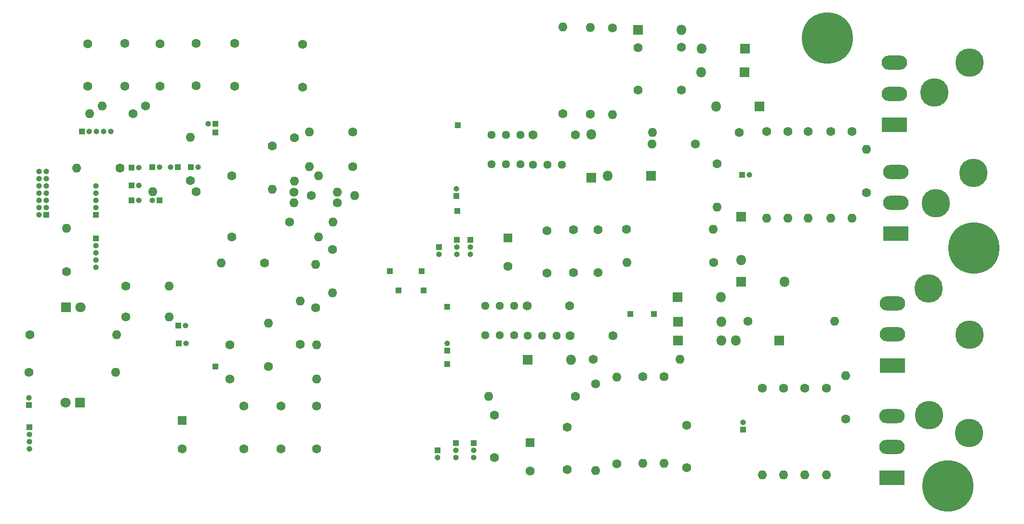
<source format=gbr>
G04 #@! TF.GenerationSoftware,KiCad,Pcbnew,(5.1.5)-3*
G04 #@! TF.CreationDate,2020-08-25T02:26:37-03:00*
G04 #@! TF.ProjectId,Gate_Driver_V2,47617465-5f44-4726-9976-65725f56322e,rev?*
G04 #@! TF.SameCoordinates,Original*
G04 #@! TF.FileFunction,Soldermask,Bot*
G04 #@! TF.FilePolarity,Negative*
%FSLAX46Y46*%
G04 Gerber Fmt 4.6, Leading zero omitted, Abs format (unit mm)*
G04 Created by KiCad (PCBNEW (5.1.5)-3) date 2020-08-25 02:26:37*
%MOMM*%
%LPD*%
G04 APERTURE LIST*
%ADD10C,5.000000*%
%ADD11O,1.600000X1.600000*%
%ADD12C,1.600000*%
%ADD13C,9.000000*%
%ADD14R,1.000000X1.000000*%
%ADD15O,1.800000X1.800000*%
%ADD16R,1.800000X1.800000*%
%ADD17C,1.440000*%
%ADD18O,1.000000X1.000000*%
%ADD19C,1.800000*%
%ADD20R,1.600000X1.600000*%
%ADD21O,4.500000X2.500000*%
%ADD22R,4.500000X2.500000*%
G04 APERTURE END LIST*
D10*
X182275000Y-75250000D03*
X189400000Y-100625000D03*
X190200000Y-54950000D03*
X183350000Y-40800000D03*
D11*
X145150000Y-60920000D03*
D12*
X145150000Y-53300000D03*
D11*
X153850000Y-62890000D03*
D12*
X153850000Y-47650000D03*
D11*
X168800000Y-62880000D03*
D12*
X168800000Y-47640000D03*
D13*
X164500000Y-31200000D03*
D10*
X182350000Y-97550000D03*
X189450000Y-83350000D03*
X189500000Y-35550000D03*
X183600000Y-60250000D03*
D11*
X167750000Y-90530000D03*
D12*
X167750000Y-98150000D03*
D11*
X171350000Y-50780000D03*
D12*
X171350000Y-58400000D03*
D11*
X133680000Y-49850000D03*
D12*
X141300000Y-49850000D03*
D11*
X133810000Y-47850000D03*
D12*
X149050000Y-47850000D03*
D14*
X134050000Y-79750000D03*
X129900000Y-79750000D03*
D15*
X145870000Y-81050000D03*
D16*
X138250000Y-81050000D03*
D11*
X138590000Y-87700000D03*
D12*
X123350000Y-87700000D03*
D11*
X104960000Y-94250000D03*
D12*
X120200000Y-94250000D03*
D11*
X132100000Y-105940000D03*
D12*
X132100000Y-90700000D03*
D17*
X104420000Y-78250000D03*
X106960000Y-78250000D03*
X109500000Y-78250000D03*
D12*
X138850000Y-40350000D03*
X138850000Y-32850000D03*
D14*
X97700000Y-78475000D03*
D11*
X48820000Y-80200000D03*
D12*
X41200000Y-80200000D03*
D11*
X74600000Y-71000000D03*
D12*
X74600000Y-78620000D03*
D11*
X48820000Y-74800000D03*
D12*
X41200000Y-74800000D03*
D11*
X77600000Y-76020000D03*
D12*
X77600000Y-68400000D03*
D11*
X77620000Y-63600000D03*
D12*
X70000000Y-63600000D03*
D14*
X87600000Y-72200000D03*
X93200000Y-72200000D03*
X89200000Y-75600000D03*
X93600000Y-75600000D03*
X57000000Y-47800000D03*
X57000000Y-89000000D03*
D11*
X71875000Y-77480000D03*
D12*
X71875000Y-85100000D03*
D11*
X66300000Y-81305000D03*
D12*
X66300000Y-88925000D03*
X70825000Y-58300000D03*
D11*
X78445000Y-58300000D03*
X70900000Y-56370000D03*
D12*
X70900000Y-48750000D03*
D11*
X81445000Y-58900000D03*
D12*
X73825000Y-58900000D03*
D11*
X66950000Y-57795000D03*
D12*
X66950000Y-50175000D03*
D11*
X45955000Y-58225000D03*
D12*
X53575000Y-58225000D03*
D11*
X70830000Y-60175000D03*
D12*
X78450000Y-60175000D03*
D11*
X73480000Y-53850000D03*
D12*
X81100000Y-53850000D03*
D11*
X73480000Y-47750000D03*
D12*
X81100000Y-47750000D03*
D18*
X96000000Y-104920000D03*
D14*
X96000000Y-103650000D03*
D18*
X96250000Y-69195000D03*
D14*
X96250000Y-67925000D03*
D19*
X30635000Y-95325000D03*
D16*
X33175000Y-95325000D03*
D11*
X58030000Y-70750000D03*
D12*
X65650000Y-70750000D03*
D11*
X30850000Y-64680000D03*
D12*
X30850000Y-72300000D03*
D11*
X52600000Y-48630000D03*
D12*
X52600000Y-56250000D03*
D18*
X53925000Y-53925000D03*
D14*
X52655000Y-53925000D03*
D11*
X37130000Y-43150000D03*
D12*
X44750000Y-43150000D03*
D11*
X34930000Y-44500000D03*
D12*
X42550000Y-44500000D03*
D11*
X32580000Y-54050000D03*
D12*
X40200000Y-54050000D03*
D11*
X75090000Y-66200000D03*
D12*
X59850000Y-66200000D03*
D11*
X74759000Y-85149000D03*
D12*
X59519000Y-85149000D03*
D18*
X36025000Y-71530000D03*
X36025000Y-70260000D03*
X36025000Y-68990000D03*
X36025000Y-67720000D03*
D14*
X36025000Y-66450000D03*
D18*
X26036000Y-54691777D03*
X27306000Y-54691777D03*
X26036000Y-55961777D03*
X27306000Y-55961777D03*
X26036000Y-57231777D03*
X27306000Y-57231777D03*
X26036000Y-58501777D03*
X27306000Y-58501777D03*
X26036000Y-59771777D03*
X27306000Y-59771777D03*
X26036000Y-61041777D03*
X27306000Y-61041777D03*
X26036000Y-62311777D03*
D14*
X27306000Y-62311777D03*
D12*
X34570000Y-32200000D03*
X34570000Y-39700000D03*
X112250000Y-107300000D03*
D20*
X112250000Y-102300000D03*
D12*
X108375000Y-71375000D03*
D20*
X108375000Y-66375000D03*
D12*
X51175000Y-103400000D03*
D20*
X51175000Y-98400000D03*
D12*
X119300000Y-83550000D03*
X126800000Y-83550000D03*
X118800000Y-107100000D03*
X118800000Y-99600000D03*
X106000000Y-105000000D03*
X106000000Y-97500000D03*
X119250000Y-78250000D03*
X111750000Y-78250000D03*
X120275000Y-48225000D03*
X112775000Y-48225000D03*
X139750000Y-106750000D03*
X139750000Y-99250000D03*
X119925000Y-72425000D03*
X119925000Y-64925000D03*
X131200000Y-32900000D03*
X131200000Y-40400000D03*
X115200000Y-72550000D03*
X115200000Y-65050000D03*
X124250000Y-72425000D03*
X124250000Y-64925000D03*
X53600000Y-32125000D03*
X53600000Y-39625000D03*
X60380000Y-32150000D03*
X60380000Y-39650000D03*
X47225000Y-32200000D03*
X47225000Y-39700000D03*
X72275000Y-32350000D03*
X72275000Y-39850000D03*
X74775000Y-103400000D03*
X74775000Y-95900000D03*
X68525000Y-103400000D03*
X68525000Y-95900000D03*
X41050000Y-32175000D03*
X41050000Y-39675000D03*
X61975000Y-103400000D03*
X61975000Y-95900000D03*
D18*
X97700000Y-84855000D03*
D14*
X97700000Y-86125000D03*
X97700000Y-88575000D03*
X99600000Y-46575000D03*
D18*
X99325000Y-57680000D03*
D14*
X99325000Y-58950000D03*
X99500000Y-61575000D03*
D11*
X153050000Y-107990000D03*
D12*
X153050000Y-92750000D03*
D11*
X164350000Y-107990000D03*
D12*
X164350000Y-92750000D03*
D11*
X160550000Y-107990000D03*
D12*
X160550000Y-92750000D03*
D11*
X165790000Y-81000000D03*
D12*
X150550000Y-81000000D03*
D11*
X135850000Y-105940000D03*
D12*
X135850000Y-90700000D03*
D11*
X156800000Y-107990000D03*
D12*
X156800000Y-92750000D03*
D11*
X127500000Y-90860000D03*
D12*
X127500000Y-106100000D03*
D11*
X123800000Y-107240000D03*
D12*
X123800000Y-92000000D03*
D11*
X157566000Y-62880000D03*
D12*
X157566000Y-47640000D03*
D11*
X144450000Y-64800000D03*
D12*
X129210000Y-64800000D03*
D11*
X165088000Y-62880000D03*
D12*
X165088000Y-47640000D03*
D11*
X129310000Y-70650000D03*
D12*
X144550000Y-70650000D03*
D11*
X122900000Y-29360000D03*
D12*
X122900000Y-44600000D03*
D11*
X118000000Y-29310000D03*
D12*
X118000000Y-44550000D03*
D11*
X161122000Y-62880000D03*
D12*
X161122000Y-47640000D03*
D11*
X126775000Y-44640000D03*
D12*
X126775000Y-29400000D03*
D17*
X117830000Y-53525000D03*
X115290000Y-53525000D03*
X112750000Y-53525000D03*
D11*
X39640000Y-83350000D03*
D12*
X24400000Y-83350000D03*
D11*
X75140000Y-55450000D03*
D12*
X59900000Y-55450000D03*
D11*
X74759000Y-91134000D03*
D12*
X59519000Y-91134000D03*
D11*
X39465000Y-89950000D03*
D12*
X24225000Y-89950000D03*
D18*
X101775000Y-69215000D03*
X101775000Y-67945000D03*
D14*
X101775000Y-66675000D03*
D18*
X102375000Y-104940000D03*
X102375000Y-103670000D03*
D14*
X102375000Y-102400000D03*
D18*
X38630000Y-47650000D03*
X37360000Y-47650000D03*
X36090000Y-47650000D03*
X34820000Y-47650000D03*
D14*
X33550000Y-47650000D03*
D18*
X36000000Y-57220000D03*
X36000000Y-58490000D03*
X36000000Y-59760000D03*
X36000000Y-61030000D03*
D14*
X36000000Y-62300000D03*
D15*
X156970000Y-74050000D03*
D16*
X149350000Y-74050000D03*
D15*
X119470000Y-87750000D03*
D16*
X111850000Y-87750000D03*
D15*
X125905000Y-55400000D03*
D16*
X133525000Y-55400000D03*
D15*
X123025000Y-48180000D03*
D16*
X123025000Y-55800000D03*
D18*
X55680000Y-46300000D03*
D14*
X56950000Y-46300000D03*
D18*
X24200000Y-94455000D03*
D14*
X24200000Y-95725000D03*
D18*
X149700000Y-98780000D03*
D14*
X149700000Y-100050000D03*
D18*
X150770000Y-55250000D03*
D14*
X149500000Y-55250000D03*
D18*
X43520000Y-57100000D03*
D14*
X42250000Y-57100000D03*
D18*
X43520000Y-53950000D03*
D14*
X42250000Y-53950000D03*
D18*
X47145000Y-53925000D03*
D14*
X45875000Y-53925000D03*
D18*
X49130000Y-53925000D03*
D14*
X50400000Y-53925000D03*
D18*
X51770000Y-81750000D03*
D14*
X50500000Y-81750000D03*
D18*
X51795000Y-84900000D03*
D14*
X50525000Y-84900000D03*
D18*
X45900000Y-59775000D03*
D14*
X47170000Y-59775000D03*
D18*
X43500000Y-59775000D03*
D14*
X42230000Y-59775000D03*
D18*
X99375000Y-69190000D03*
X99375000Y-67920000D03*
D14*
X99375000Y-66650000D03*
D18*
X24280662Y-103429000D03*
X24280662Y-102159000D03*
X24280662Y-100889000D03*
D14*
X24280662Y-99619000D03*
D18*
X99200000Y-104940000D03*
X99200000Y-103670000D03*
D14*
X99200000Y-102400000D03*
D17*
X116890000Y-83575000D03*
X114350000Y-83575000D03*
X111810000Y-83575000D03*
X104420000Y-83450000D03*
X106960000Y-83450000D03*
X109500000Y-83450000D03*
X110550000Y-48225000D03*
X108010000Y-48225000D03*
X105470000Y-48225000D03*
X105460000Y-53375000D03*
X108000000Y-53375000D03*
X110540000Y-53375000D03*
D21*
X175870000Y-97647000D03*
X175870000Y-103097000D03*
D22*
X175870000Y-108547000D03*
D21*
X175950000Y-77850000D03*
X175950000Y-83300000D03*
D22*
X175950000Y-88750000D03*
D21*
X176500000Y-54725000D03*
X176500000Y-60175000D03*
D22*
X176500000Y-65625000D03*
D21*
X176316000Y-35549000D03*
X176316000Y-40999000D03*
D22*
X176316000Y-46449000D03*
D13*
X185650000Y-109950000D03*
D19*
X33315000Y-78550000D03*
D16*
X30775000Y-78550000D03*
D15*
X149400000Y-70270000D03*
D16*
X149400000Y-62650000D03*
D15*
X145770000Y-76750000D03*
D16*
X138150000Y-76750000D03*
D15*
X148430000Y-84400000D03*
D16*
X156050000Y-84400000D03*
D15*
X145920000Y-84400000D03*
D16*
X138300000Y-84400000D03*
D15*
X142405000Y-33075000D03*
D16*
X150025000Y-33075000D03*
D15*
X144980000Y-43250000D03*
D16*
X152600000Y-43250000D03*
X131200000Y-29750000D03*
D15*
X138820000Y-29750000D03*
X142355000Y-37225000D03*
D16*
X149975000Y-37225000D03*
D13*
X190250000Y-68100000D03*
M02*

</source>
